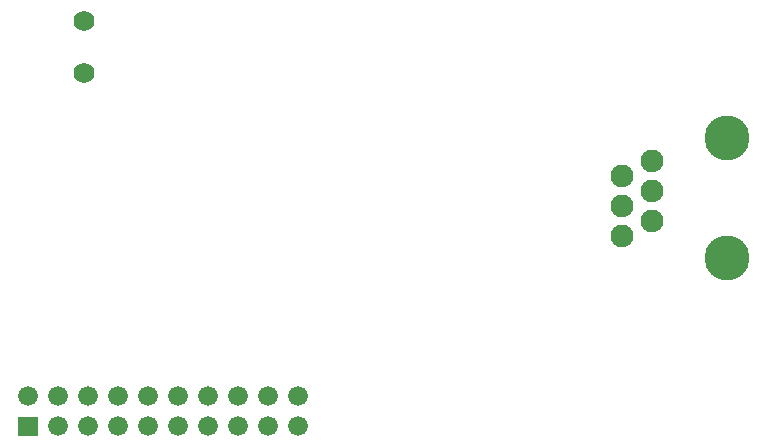
<source format=gbr>
G04 start of page 7 for group -4062 idx -4062 *
G04 Title: (unknown), soldermask *
G04 Creator: pcb 20140316 *
G04 CreationDate: Mon 17 Feb 2020 04:19:00 AM GMT UTC *
G04 For: railfan *
G04 Format: Gerber/RS-274X *
G04 PCB-Dimensions (mil): 2500.00 1600.00 *
G04 PCB-Coordinate-Origin: lower left *
%MOIN*%
%FSLAX25Y25*%
%LNBOTTOMMASK*%
%ADD73C,0.1500*%
%ADD72C,0.0760*%
%ADD71C,0.0693*%
%ADD70C,0.0660*%
%ADD69C,0.0001*%
G54D69*G36*
X2200Y8800D02*Y2200D01*
X8800D01*
Y8800D01*
X2200D01*
G37*
G54D70*X15500Y5500D03*
X25500D03*
X5500Y15500D03*
X15500D03*
X25500D03*
G54D71*X24122Y140661D03*
Y123339D03*
G54D70*X35500Y5500D03*
X45500D03*
X55500D03*
X65500D03*
X75500D03*
X85500D03*
Y15500D03*
X95500Y5500D03*
Y15500D03*
X35500D03*
X45500D03*
X55500D03*
X65500D03*
X75500D03*
G54D72*X203500Y69000D03*
X213500Y74000D03*
X203500Y79000D03*
X213500Y84000D03*
X203500Y89000D03*
X213500Y94000D03*
G54D73*X238500Y61500D03*
Y101500D03*
M02*

</source>
